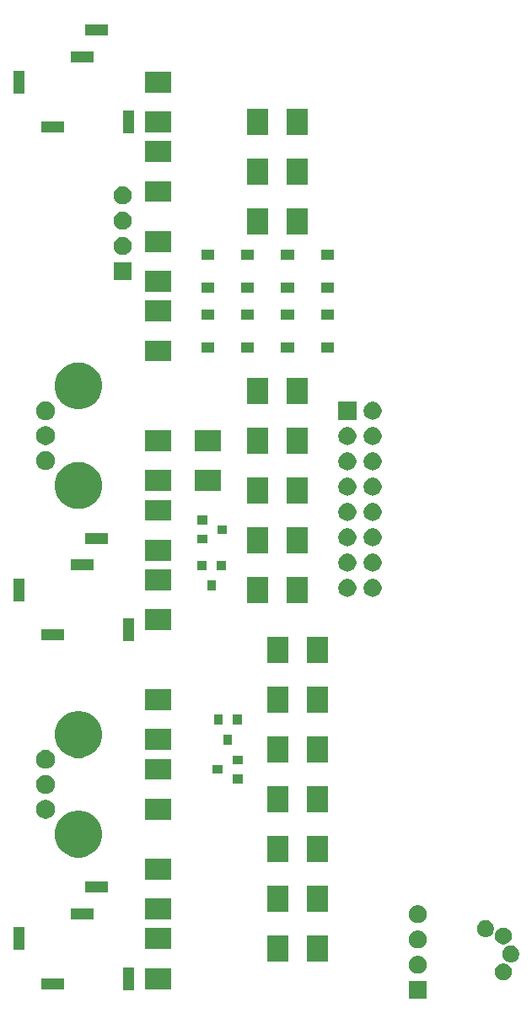
<source format=gbr>
G04 #@! TF.GenerationSoftware,KiCad,Pcbnew,(5.1.5)-3*
G04 #@! TF.CreationDate,2020-07-22T14:34:40-07:00*
G04 #@! TF.ProjectId,VCF,5643462e-6b69-4636-9164-5f7063625858,rev?*
G04 #@! TF.SameCoordinates,Original*
G04 #@! TF.FileFunction,Soldermask,Top*
G04 #@! TF.FilePolarity,Negative*
%FSLAX46Y46*%
G04 Gerber Fmt 4.6, Leading zero omitted, Abs format (unit mm)*
G04 Created by KiCad (PCBNEW (5.1.5)-3) date 2020-07-22 14:34:40*
%MOMM*%
%LPD*%
G04 APERTURE LIST*
%ADD10C,0.100000*%
G04 APERTURE END LIST*
D10*
G36*
X42981180Y-99064380D02*
G01*
X41179180Y-99064380D01*
X41179180Y-97262380D01*
X42981180Y-97262380D01*
X42981180Y-99064380D01*
G37*
G36*
X13551000Y-98151000D02*
G01*
X12449000Y-98151000D01*
X12449000Y-95849000D01*
X13551000Y-95849000D01*
X13551000Y-98151000D01*
G37*
G36*
X6551000Y-98051000D02*
G01*
X4249000Y-98051000D01*
X4249000Y-96949000D01*
X6551000Y-96949000D01*
X6551000Y-98051000D01*
G37*
G36*
X17301000Y-98051000D02*
G01*
X14699000Y-98051000D01*
X14699000Y-95949000D01*
X17301000Y-95949000D01*
X17301000Y-98051000D01*
G37*
G36*
X50837391Y-95494819D02*
G01*
X50918631Y-95510979D01*
X51071683Y-95574376D01*
X51209426Y-95666413D01*
X51326567Y-95783554D01*
X51418604Y-95921297D01*
X51482001Y-96074349D01*
X51482001Y-96074351D01*
X51506544Y-96197733D01*
X51514320Y-96236829D01*
X51514320Y-96402491D01*
X51482001Y-96564971D01*
X51418604Y-96718023D01*
X51326567Y-96855766D01*
X51209426Y-96972907D01*
X51071683Y-97064944D01*
X50918631Y-97128341D01*
X50837391Y-97144501D01*
X50756153Y-97160660D01*
X50590487Y-97160660D01*
X50509249Y-97144501D01*
X50428009Y-97128341D01*
X50274957Y-97064944D01*
X50137214Y-96972907D01*
X50020073Y-96855766D01*
X49928036Y-96718023D01*
X49864639Y-96564971D01*
X49832320Y-96402491D01*
X49832320Y-96236829D01*
X49840097Y-96197733D01*
X49864639Y-96074351D01*
X49864639Y-96074349D01*
X49928036Y-95921297D01*
X50020073Y-95783554D01*
X50137214Y-95666413D01*
X50274957Y-95574376D01*
X50428009Y-95510979D01*
X50509249Y-95494819D01*
X50590487Y-95478660D01*
X50756153Y-95478660D01*
X50837391Y-95494819D01*
G37*
G36*
X42193692Y-94727307D02*
G01*
X42342992Y-94757004D01*
X42506964Y-94824924D01*
X42654534Y-94923527D01*
X42780033Y-95049026D01*
X42878636Y-95196596D01*
X42946556Y-95360568D01*
X42981180Y-95534639D01*
X42981180Y-95712121D01*
X42946556Y-95886192D01*
X42878636Y-96050164D01*
X42780033Y-96197734D01*
X42654534Y-96323233D01*
X42506964Y-96421836D01*
X42342992Y-96489756D01*
X42193692Y-96519453D01*
X42168922Y-96524380D01*
X41991438Y-96524380D01*
X41966668Y-96519453D01*
X41817368Y-96489756D01*
X41653396Y-96421836D01*
X41505826Y-96323233D01*
X41380327Y-96197734D01*
X41281724Y-96050164D01*
X41213804Y-95886192D01*
X41179180Y-95712121D01*
X41179180Y-95534639D01*
X41213804Y-95360568D01*
X41281724Y-95196596D01*
X41380327Y-95049026D01*
X41505826Y-94923527D01*
X41653396Y-94824924D01*
X41817368Y-94757004D01*
X41966668Y-94727307D01*
X41991438Y-94722380D01*
X42168922Y-94722380D01*
X42193692Y-94727307D01*
G37*
G36*
X51581291Y-93698720D02*
G01*
X51662531Y-93714879D01*
X51815583Y-93778276D01*
X51953326Y-93870313D01*
X52070467Y-93987454D01*
X52162504Y-94125197D01*
X52225901Y-94278249D01*
X52258220Y-94440729D01*
X52258220Y-94606391D01*
X52225901Y-94768871D01*
X52162504Y-94921923D01*
X52070467Y-95059666D01*
X51953326Y-95176807D01*
X51815583Y-95268844D01*
X51662531Y-95332241D01*
X51581291Y-95348400D01*
X51500053Y-95364560D01*
X51334387Y-95364560D01*
X51253149Y-95348400D01*
X51171909Y-95332241D01*
X51018857Y-95268844D01*
X50881114Y-95176807D01*
X50763973Y-95059666D01*
X50671936Y-94921923D01*
X50608539Y-94768871D01*
X50576220Y-94606391D01*
X50576220Y-94440729D01*
X50608539Y-94278249D01*
X50671936Y-94125197D01*
X50763973Y-93987454D01*
X50881114Y-93870313D01*
X51018857Y-93778276D01*
X51171909Y-93714879D01*
X51253149Y-93698720D01*
X51334387Y-93682560D01*
X51500053Y-93682560D01*
X51581291Y-93698720D01*
G37*
G36*
X33051000Y-95301000D02*
G01*
X30949000Y-95301000D01*
X30949000Y-92699000D01*
X33051000Y-92699000D01*
X33051000Y-95301000D01*
G37*
G36*
X29051000Y-95301000D02*
G01*
X26949000Y-95301000D01*
X26949000Y-92699000D01*
X29051000Y-92699000D01*
X29051000Y-95301000D01*
G37*
G36*
X2551000Y-94151000D02*
G01*
X1449000Y-94151000D01*
X1449000Y-91849000D01*
X2551000Y-91849000D01*
X2551000Y-94151000D01*
G37*
G36*
X17301000Y-94051000D02*
G01*
X14699000Y-94051000D01*
X14699000Y-91949000D01*
X17301000Y-91949000D01*
X17301000Y-94051000D01*
G37*
G36*
X42193692Y-92187307D02*
G01*
X42342992Y-92217004D01*
X42506964Y-92284924D01*
X42654534Y-92383527D01*
X42780033Y-92509026D01*
X42878636Y-92656596D01*
X42946556Y-92820568D01*
X42981180Y-92994639D01*
X42981180Y-93172121D01*
X42946556Y-93346192D01*
X42878636Y-93510164D01*
X42780033Y-93657734D01*
X42654534Y-93783233D01*
X42506964Y-93881836D01*
X42342992Y-93949756D01*
X42193692Y-93979453D01*
X42168922Y-93984380D01*
X41991438Y-93984380D01*
X41966668Y-93979453D01*
X41817368Y-93949756D01*
X41653396Y-93881836D01*
X41505826Y-93783233D01*
X41380327Y-93657734D01*
X41281724Y-93510164D01*
X41213804Y-93346192D01*
X41179180Y-93172121D01*
X41179180Y-92994639D01*
X41213804Y-92820568D01*
X41281724Y-92656596D01*
X41380327Y-92509026D01*
X41505826Y-92383527D01*
X41653396Y-92284924D01*
X41817368Y-92217004D01*
X41966668Y-92187307D01*
X41991438Y-92182380D01*
X42168922Y-92182380D01*
X42193692Y-92187307D01*
G37*
G36*
X50827877Y-91900727D02*
G01*
X50918631Y-91918779D01*
X51071683Y-91982176D01*
X51209426Y-92074213D01*
X51326567Y-92191354D01*
X51418604Y-92329097D01*
X51482001Y-92482149D01*
X51498161Y-92563389D01*
X51512765Y-92636808D01*
X51514320Y-92644629D01*
X51514320Y-92810291D01*
X51482001Y-92972771D01*
X51418604Y-93125823D01*
X51326567Y-93263566D01*
X51209426Y-93380707D01*
X51071683Y-93472744D01*
X50918631Y-93536141D01*
X50837391Y-93552301D01*
X50756153Y-93568460D01*
X50590487Y-93568460D01*
X50509249Y-93552301D01*
X50428009Y-93536141D01*
X50274957Y-93472744D01*
X50137214Y-93380707D01*
X50020073Y-93263566D01*
X49928036Y-93125823D01*
X49864639Y-92972771D01*
X49832320Y-92810291D01*
X49832320Y-92644629D01*
X49833876Y-92636808D01*
X49848479Y-92563389D01*
X49864639Y-92482149D01*
X49928036Y-92329097D01*
X50020073Y-92191354D01*
X50137214Y-92074213D01*
X50274957Y-91982176D01*
X50428009Y-91918779D01*
X50518763Y-91900727D01*
X50590487Y-91886460D01*
X50756153Y-91886460D01*
X50827877Y-91900727D01*
G37*
G36*
X49041291Y-91158719D02*
G01*
X49122531Y-91174879D01*
X49275583Y-91238276D01*
X49413326Y-91330313D01*
X49530467Y-91447454D01*
X49622504Y-91585197D01*
X49685901Y-91738249D01*
X49685901Y-91738251D01*
X49718220Y-91900727D01*
X49718220Y-92066393D01*
X49716664Y-92074213D01*
X49685901Y-92228871D01*
X49622504Y-92381923D01*
X49530467Y-92519666D01*
X49413326Y-92636807D01*
X49275583Y-92728844D01*
X49122531Y-92792241D01*
X49041291Y-92808401D01*
X48960053Y-92824560D01*
X48794387Y-92824560D01*
X48713149Y-92808401D01*
X48631909Y-92792241D01*
X48478857Y-92728844D01*
X48341114Y-92636807D01*
X48223973Y-92519666D01*
X48131936Y-92381923D01*
X48068539Y-92228871D01*
X48037776Y-92074213D01*
X48036220Y-92066393D01*
X48036220Y-91900727D01*
X48068539Y-91738251D01*
X48068539Y-91738249D01*
X48131936Y-91585197D01*
X48223973Y-91447454D01*
X48341114Y-91330313D01*
X48478857Y-91238276D01*
X48631909Y-91174879D01*
X48713149Y-91158719D01*
X48794387Y-91142560D01*
X48960053Y-91142560D01*
X49041291Y-91158719D01*
G37*
G36*
X42193692Y-89647307D02*
G01*
X42342992Y-89677004D01*
X42506964Y-89744924D01*
X42654534Y-89843527D01*
X42780033Y-89969026D01*
X42878636Y-90116596D01*
X42946556Y-90280568D01*
X42981180Y-90454639D01*
X42981180Y-90632121D01*
X42946556Y-90806192D01*
X42878636Y-90970164D01*
X42780033Y-91117734D01*
X42654534Y-91243233D01*
X42506964Y-91341836D01*
X42342992Y-91409756D01*
X42193692Y-91439453D01*
X42168922Y-91444380D01*
X41991438Y-91444380D01*
X41966668Y-91439453D01*
X41817368Y-91409756D01*
X41653396Y-91341836D01*
X41505826Y-91243233D01*
X41380327Y-91117734D01*
X41281724Y-90970164D01*
X41213804Y-90806192D01*
X41179180Y-90632121D01*
X41179180Y-90454639D01*
X41213804Y-90280568D01*
X41281724Y-90116596D01*
X41380327Y-89969026D01*
X41505826Y-89843527D01*
X41653396Y-89744924D01*
X41817368Y-89677004D01*
X41966668Y-89647307D01*
X41991438Y-89642380D01*
X42168922Y-89642380D01*
X42193692Y-89647307D01*
G37*
G36*
X17301000Y-91051000D02*
G01*
X14699000Y-91051000D01*
X14699000Y-88949000D01*
X17301000Y-88949000D01*
X17301000Y-91051000D01*
G37*
G36*
X9551000Y-91051000D02*
G01*
X7249000Y-91051000D01*
X7249000Y-89949000D01*
X9551000Y-89949000D01*
X9551000Y-91051000D01*
G37*
G36*
X33051000Y-90301000D02*
G01*
X30949000Y-90301000D01*
X30949000Y-87699000D01*
X33051000Y-87699000D01*
X33051000Y-90301000D01*
G37*
G36*
X29051000Y-90301000D02*
G01*
X26949000Y-90301000D01*
X26949000Y-87699000D01*
X29051000Y-87699000D01*
X29051000Y-90301000D01*
G37*
G36*
X10951000Y-88351000D02*
G01*
X8649000Y-88351000D01*
X8649000Y-87249000D01*
X10951000Y-87249000D01*
X10951000Y-88351000D01*
G37*
G36*
X17301000Y-87051000D02*
G01*
X14699000Y-87051000D01*
X14699000Y-84949000D01*
X17301000Y-84949000D01*
X17301000Y-87051000D01*
G37*
G36*
X33051000Y-85301000D02*
G01*
X30949000Y-85301000D01*
X30949000Y-82699000D01*
X33051000Y-82699000D01*
X33051000Y-85301000D01*
G37*
G36*
X29051000Y-85301000D02*
G01*
X26949000Y-85301000D01*
X26949000Y-82699000D01*
X29051000Y-82699000D01*
X29051000Y-85301000D01*
G37*
G36*
X8534358Y-80209232D02*
G01*
X8685761Y-80239348D01*
X9113616Y-80416571D01*
X9498675Y-80673859D01*
X9826141Y-81001325D01*
X10083429Y-81386384D01*
X10260652Y-81814239D01*
X10351000Y-82268447D01*
X10351000Y-82731553D01*
X10260652Y-83185761D01*
X10083429Y-83613616D01*
X9826141Y-83998675D01*
X9498675Y-84326141D01*
X9113616Y-84583429D01*
X8685761Y-84760652D01*
X8534358Y-84790768D01*
X8231555Y-84851000D01*
X7768445Y-84851000D01*
X7465642Y-84790768D01*
X7314239Y-84760652D01*
X6886384Y-84583429D01*
X6501325Y-84326141D01*
X6173859Y-83998675D01*
X5916571Y-83613616D01*
X5739348Y-83185761D01*
X5649000Y-82731553D01*
X5649000Y-82268447D01*
X5739348Y-81814239D01*
X5916571Y-81386384D01*
X6173859Y-81001325D01*
X6501325Y-80673859D01*
X6886384Y-80416571D01*
X7314239Y-80239348D01*
X7465642Y-80209232D01*
X7768445Y-80149000D01*
X8231555Y-80149000D01*
X8534358Y-80209232D01*
G37*
G36*
X17301000Y-81051000D02*
G01*
X14699000Y-81051000D01*
X14699000Y-78949000D01*
X17301000Y-78949000D01*
X17301000Y-81051000D01*
G37*
G36*
X4977395Y-79085546D02*
G01*
X5150466Y-79157234D01*
X5150467Y-79157235D01*
X5306227Y-79261310D01*
X5438690Y-79393773D01*
X5438691Y-79393775D01*
X5542766Y-79549534D01*
X5614454Y-79722605D01*
X5651000Y-79906333D01*
X5651000Y-80093667D01*
X5614454Y-80277395D01*
X5542766Y-80450466D01*
X5542765Y-80450467D01*
X5438690Y-80606227D01*
X5306227Y-80738690D01*
X5227818Y-80791081D01*
X5150466Y-80842766D01*
X4977395Y-80914454D01*
X4793667Y-80951000D01*
X4606333Y-80951000D01*
X4422605Y-80914454D01*
X4249534Y-80842766D01*
X4172182Y-80791081D01*
X4093773Y-80738690D01*
X3961310Y-80606227D01*
X3857235Y-80450467D01*
X3857234Y-80450466D01*
X3785546Y-80277395D01*
X3749000Y-80093667D01*
X3749000Y-79906333D01*
X3785546Y-79722605D01*
X3857234Y-79549534D01*
X3961309Y-79393775D01*
X3961310Y-79393773D01*
X4093773Y-79261310D01*
X4249533Y-79157235D01*
X4249534Y-79157234D01*
X4422605Y-79085546D01*
X4606333Y-79049000D01*
X4793667Y-79049000D01*
X4977395Y-79085546D01*
G37*
G36*
X33051000Y-80301000D02*
G01*
X30949000Y-80301000D01*
X30949000Y-77699000D01*
X33051000Y-77699000D01*
X33051000Y-80301000D01*
G37*
G36*
X29051000Y-80301000D02*
G01*
X26949000Y-80301000D01*
X26949000Y-77699000D01*
X29051000Y-77699000D01*
X29051000Y-80301000D01*
G37*
G36*
X4977395Y-76585546D02*
G01*
X5150466Y-76657234D01*
X5150467Y-76657235D01*
X5306227Y-76761310D01*
X5438690Y-76893773D01*
X5438691Y-76893775D01*
X5542766Y-77049534D01*
X5614454Y-77222605D01*
X5651000Y-77406333D01*
X5651000Y-77593667D01*
X5614454Y-77777395D01*
X5542766Y-77950466D01*
X5542765Y-77950467D01*
X5438690Y-78106227D01*
X5306227Y-78238690D01*
X5227818Y-78291081D01*
X5150466Y-78342766D01*
X4977395Y-78414454D01*
X4793667Y-78451000D01*
X4606333Y-78451000D01*
X4422605Y-78414454D01*
X4249534Y-78342766D01*
X4172182Y-78291081D01*
X4093773Y-78238690D01*
X3961310Y-78106227D01*
X3857235Y-77950467D01*
X3857234Y-77950466D01*
X3785546Y-77777395D01*
X3749000Y-77593667D01*
X3749000Y-77406333D01*
X3785546Y-77222605D01*
X3857234Y-77049534D01*
X3961309Y-76893775D01*
X3961310Y-76893773D01*
X4093773Y-76761310D01*
X4249533Y-76657235D01*
X4249534Y-76657234D01*
X4422605Y-76585546D01*
X4606333Y-76549000D01*
X4793667Y-76549000D01*
X4977395Y-76585546D01*
G37*
G36*
X24501000Y-77401000D02*
G01*
X23499000Y-77401000D01*
X23499000Y-76499000D01*
X24501000Y-76499000D01*
X24501000Y-77401000D01*
G37*
G36*
X17301000Y-77051000D02*
G01*
X14699000Y-77051000D01*
X14699000Y-74949000D01*
X17301000Y-74949000D01*
X17301000Y-77051000D01*
G37*
G36*
X22501000Y-76451000D02*
G01*
X21499000Y-76451000D01*
X21499000Y-75549000D01*
X22501000Y-75549000D01*
X22501000Y-76451000D01*
G37*
G36*
X4977395Y-74085546D02*
G01*
X5150466Y-74157234D01*
X5150467Y-74157235D01*
X5306227Y-74261310D01*
X5438690Y-74393773D01*
X5438691Y-74393775D01*
X5542766Y-74549534D01*
X5614454Y-74722605D01*
X5651000Y-74906333D01*
X5651000Y-75093667D01*
X5614454Y-75277395D01*
X5542766Y-75450466D01*
X5542765Y-75450467D01*
X5438690Y-75606227D01*
X5306227Y-75738690D01*
X5227818Y-75791081D01*
X5150466Y-75842766D01*
X4977395Y-75914454D01*
X4793667Y-75951000D01*
X4606333Y-75951000D01*
X4422605Y-75914454D01*
X4249534Y-75842766D01*
X4172182Y-75791081D01*
X4093773Y-75738690D01*
X3961310Y-75606227D01*
X3857235Y-75450467D01*
X3857234Y-75450466D01*
X3785546Y-75277395D01*
X3749000Y-75093667D01*
X3749000Y-74906333D01*
X3785546Y-74722605D01*
X3857234Y-74549534D01*
X3961309Y-74393775D01*
X3961310Y-74393773D01*
X4093773Y-74261310D01*
X4249533Y-74157235D01*
X4249534Y-74157234D01*
X4422605Y-74085546D01*
X4606333Y-74049000D01*
X4793667Y-74049000D01*
X4977395Y-74085546D01*
G37*
G36*
X24501000Y-75501000D02*
G01*
X23499000Y-75501000D01*
X23499000Y-74599000D01*
X24501000Y-74599000D01*
X24501000Y-75501000D01*
G37*
G36*
X29051000Y-75301000D02*
G01*
X26949000Y-75301000D01*
X26949000Y-72699000D01*
X29051000Y-72699000D01*
X29051000Y-75301000D01*
G37*
G36*
X33051000Y-75301000D02*
G01*
X30949000Y-75301000D01*
X30949000Y-72699000D01*
X33051000Y-72699000D01*
X33051000Y-75301000D01*
G37*
G36*
X8534358Y-70209232D02*
G01*
X8685761Y-70239348D01*
X9113616Y-70416571D01*
X9498675Y-70673859D01*
X9826141Y-71001325D01*
X10083429Y-71386384D01*
X10260652Y-71814239D01*
X10351000Y-72268447D01*
X10351000Y-72731553D01*
X10260652Y-73185761D01*
X10083429Y-73613616D01*
X9826141Y-73998675D01*
X9498675Y-74326141D01*
X9113616Y-74583429D01*
X8685761Y-74760652D01*
X8534358Y-74790768D01*
X8231555Y-74851000D01*
X7768445Y-74851000D01*
X7465642Y-74790768D01*
X7314239Y-74760652D01*
X6886384Y-74583429D01*
X6501325Y-74326141D01*
X6173859Y-73998675D01*
X5916571Y-73613616D01*
X5739348Y-73185761D01*
X5649000Y-72731553D01*
X5649000Y-72268447D01*
X5739348Y-71814239D01*
X5916571Y-71386384D01*
X6173859Y-71001325D01*
X6501325Y-70673859D01*
X6886384Y-70416571D01*
X7314239Y-70239348D01*
X7465642Y-70209232D01*
X7768445Y-70149000D01*
X8231555Y-70149000D01*
X8534358Y-70209232D01*
G37*
G36*
X17301000Y-74051000D02*
G01*
X14699000Y-74051000D01*
X14699000Y-71949000D01*
X17301000Y-71949000D01*
X17301000Y-74051000D01*
G37*
G36*
X23451000Y-73501000D02*
G01*
X22549000Y-73501000D01*
X22549000Y-72499000D01*
X23451000Y-72499000D01*
X23451000Y-73501000D01*
G37*
G36*
X22501000Y-71501000D02*
G01*
X21599000Y-71501000D01*
X21599000Y-70499000D01*
X22501000Y-70499000D01*
X22501000Y-71501000D01*
G37*
G36*
X24401000Y-71501000D02*
G01*
X23499000Y-71501000D01*
X23499000Y-70499000D01*
X24401000Y-70499000D01*
X24401000Y-71501000D01*
G37*
G36*
X33051000Y-70301000D02*
G01*
X30949000Y-70301000D01*
X30949000Y-67699000D01*
X33051000Y-67699000D01*
X33051000Y-70301000D01*
G37*
G36*
X29051000Y-70301000D02*
G01*
X26949000Y-70301000D01*
X26949000Y-67699000D01*
X29051000Y-67699000D01*
X29051000Y-70301000D01*
G37*
G36*
X17301000Y-70051000D02*
G01*
X14699000Y-70051000D01*
X14699000Y-67949000D01*
X17301000Y-67949000D01*
X17301000Y-70051000D01*
G37*
G36*
X33051000Y-65301000D02*
G01*
X30949000Y-65301000D01*
X30949000Y-62699000D01*
X33051000Y-62699000D01*
X33051000Y-65301000D01*
G37*
G36*
X29051000Y-65301000D02*
G01*
X26949000Y-65301000D01*
X26949000Y-62699000D01*
X29051000Y-62699000D01*
X29051000Y-65301000D01*
G37*
G36*
X13551000Y-63151000D02*
G01*
X12449000Y-63151000D01*
X12449000Y-60849000D01*
X13551000Y-60849000D01*
X13551000Y-63151000D01*
G37*
G36*
X6551000Y-63051000D02*
G01*
X4249000Y-63051000D01*
X4249000Y-61949000D01*
X6551000Y-61949000D01*
X6551000Y-63051000D01*
G37*
G36*
X17301000Y-62051000D02*
G01*
X14699000Y-62051000D01*
X14699000Y-59949000D01*
X17301000Y-59949000D01*
X17301000Y-62051000D01*
G37*
G36*
X31051000Y-59301000D02*
G01*
X28949000Y-59301000D01*
X28949000Y-56699000D01*
X31051000Y-56699000D01*
X31051000Y-59301000D01*
G37*
G36*
X27051000Y-59301000D02*
G01*
X24949000Y-59301000D01*
X24949000Y-56699000D01*
X27051000Y-56699000D01*
X27051000Y-59301000D01*
G37*
G36*
X2551000Y-59151000D02*
G01*
X1449000Y-59151000D01*
X1449000Y-56849000D01*
X2551000Y-56849000D01*
X2551000Y-59151000D01*
G37*
G36*
X37653512Y-56883927D02*
G01*
X37802812Y-56913624D01*
X37966784Y-56981544D01*
X38114354Y-57080147D01*
X38239853Y-57205646D01*
X38338456Y-57353216D01*
X38406376Y-57517188D01*
X38441000Y-57691259D01*
X38441000Y-57868741D01*
X38406376Y-58042812D01*
X38338456Y-58206784D01*
X38239853Y-58354354D01*
X38114354Y-58479853D01*
X37966784Y-58578456D01*
X37802812Y-58646376D01*
X37653512Y-58676073D01*
X37628742Y-58681000D01*
X37451258Y-58681000D01*
X37426488Y-58676073D01*
X37277188Y-58646376D01*
X37113216Y-58578456D01*
X36965646Y-58479853D01*
X36840147Y-58354354D01*
X36741544Y-58206784D01*
X36673624Y-58042812D01*
X36639000Y-57868741D01*
X36639000Y-57691259D01*
X36673624Y-57517188D01*
X36741544Y-57353216D01*
X36840147Y-57205646D01*
X36965646Y-57080147D01*
X37113216Y-56981544D01*
X37277188Y-56913624D01*
X37426488Y-56883927D01*
X37451258Y-56879000D01*
X37628742Y-56879000D01*
X37653512Y-56883927D01*
G37*
G36*
X35113512Y-56883927D02*
G01*
X35262812Y-56913624D01*
X35426784Y-56981544D01*
X35574354Y-57080147D01*
X35699853Y-57205646D01*
X35798456Y-57353216D01*
X35866376Y-57517188D01*
X35901000Y-57691259D01*
X35901000Y-57868741D01*
X35866376Y-58042812D01*
X35798456Y-58206784D01*
X35699853Y-58354354D01*
X35574354Y-58479853D01*
X35426784Y-58578456D01*
X35262812Y-58646376D01*
X35113512Y-58676073D01*
X35088742Y-58681000D01*
X34911258Y-58681000D01*
X34886488Y-58676073D01*
X34737188Y-58646376D01*
X34573216Y-58578456D01*
X34425646Y-58479853D01*
X34300147Y-58354354D01*
X34201544Y-58206784D01*
X34133624Y-58042812D01*
X34099000Y-57868741D01*
X34099000Y-57691259D01*
X34133624Y-57517188D01*
X34201544Y-57353216D01*
X34300147Y-57205646D01*
X34425646Y-57080147D01*
X34573216Y-56981544D01*
X34737188Y-56913624D01*
X34886488Y-56883927D01*
X34911258Y-56879000D01*
X35088742Y-56879000D01*
X35113512Y-56883927D01*
G37*
G36*
X21827640Y-58054100D02*
G01*
X20925640Y-58054100D01*
X20925640Y-57052100D01*
X21827640Y-57052100D01*
X21827640Y-58054100D01*
G37*
G36*
X17301000Y-58051000D02*
G01*
X14699000Y-58051000D01*
X14699000Y-55949000D01*
X17301000Y-55949000D01*
X17301000Y-58051000D01*
G37*
G36*
X37653512Y-54343927D02*
G01*
X37802812Y-54373624D01*
X37966784Y-54441544D01*
X38114354Y-54540147D01*
X38239853Y-54665646D01*
X38338456Y-54813216D01*
X38406376Y-54977188D01*
X38441000Y-55151259D01*
X38441000Y-55328741D01*
X38406376Y-55502812D01*
X38338456Y-55666784D01*
X38239853Y-55814354D01*
X38114354Y-55939853D01*
X37966784Y-56038456D01*
X37802812Y-56106376D01*
X37653512Y-56136073D01*
X37628742Y-56141000D01*
X37451258Y-56141000D01*
X37426488Y-56136073D01*
X37277188Y-56106376D01*
X37113216Y-56038456D01*
X36965646Y-55939853D01*
X36840147Y-55814354D01*
X36741544Y-55666784D01*
X36673624Y-55502812D01*
X36639000Y-55328741D01*
X36639000Y-55151259D01*
X36673624Y-54977188D01*
X36741544Y-54813216D01*
X36840147Y-54665646D01*
X36965646Y-54540147D01*
X37113216Y-54441544D01*
X37277188Y-54373624D01*
X37426488Y-54343927D01*
X37451258Y-54339000D01*
X37628742Y-54339000D01*
X37653512Y-54343927D01*
G37*
G36*
X35113512Y-54343927D02*
G01*
X35262812Y-54373624D01*
X35426784Y-54441544D01*
X35574354Y-54540147D01*
X35699853Y-54665646D01*
X35798456Y-54813216D01*
X35866376Y-54977188D01*
X35901000Y-55151259D01*
X35901000Y-55328741D01*
X35866376Y-55502812D01*
X35798456Y-55666784D01*
X35699853Y-55814354D01*
X35574354Y-55939853D01*
X35426784Y-56038456D01*
X35262812Y-56106376D01*
X35113512Y-56136073D01*
X35088742Y-56141000D01*
X34911258Y-56141000D01*
X34886488Y-56136073D01*
X34737188Y-56106376D01*
X34573216Y-56038456D01*
X34425646Y-55939853D01*
X34300147Y-55814354D01*
X34201544Y-55666784D01*
X34133624Y-55502812D01*
X34099000Y-55328741D01*
X34099000Y-55151259D01*
X34133624Y-54977188D01*
X34201544Y-54813216D01*
X34300147Y-54665646D01*
X34425646Y-54540147D01*
X34573216Y-54441544D01*
X34737188Y-54373624D01*
X34886488Y-54343927D01*
X34911258Y-54339000D01*
X35088742Y-54339000D01*
X35113512Y-54343927D01*
G37*
G36*
X20877640Y-56054100D02*
G01*
X19975640Y-56054100D01*
X19975640Y-55052100D01*
X20877640Y-55052100D01*
X20877640Y-56054100D01*
G37*
G36*
X22777640Y-56054100D02*
G01*
X21875640Y-56054100D01*
X21875640Y-55052100D01*
X22777640Y-55052100D01*
X22777640Y-56054100D01*
G37*
G36*
X9551000Y-56051000D02*
G01*
X7249000Y-56051000D01*
X7249000Y-54949000D01*
X9551000Y-54949000D01*
X9551000Y-56051000D01*
G37*
G36*
X17301000Y-55051000D02*
G01*
X14699000Y-55051000D01*
X14699000Y-52949000D01*
X17301000Y-52949000D01*
X17301000Y-55051000D01*
G37*
G36*
X27051000Y-54301000D02*
G01*
X24949000Y-54301000D01*
X24949000Y-51699000D01*
X27051000Y-51699000D01*
X27051000Y-54301000D01*
G37*
G36*
X31051000Y-54301000D02*
G01*
X28949000Y-54301000D01*
X28949000Y-51699000D01*
X31051000Y-51699000D01*
X31051000Y-54301000D01*
G37*
G36*
X35113512Y-51803927D02*
G01*
X35262812Y-51833624D01*
X35426784Y-51901544D01*
X35574354Y-52000147D01*
X35699853Y-52125646D01*
X35798456Y-52273216D01*
X35866376Y-52437188D01*
X35901000Y-52611259D01*
X35901000Y-52788741D01*
X35866376Y-52962812D01*
X35798456Y-53126784D01*
X35699853Y-53274354D01*
X35574354Y-53399853D01*
X35426784Y-53498456D01*
X35262812Y-53566376D01*
X35113512Y-53596073D01*
X35088742Y-53601000D01*
X34911258Y-53601000D01*
X34886488Y-53596073D01*
X34737188Y-53566376D01*
X34573216Y-53498456D01*
X34425646Y-53399853D01*
X34300147Y-53274354D01*
X34201544Y-53126784D01*
X34133624Y-52962812D01*
X34099000Y-52788741D01*
X34099000Y-52611259D01*
X34133624Y-52437188D01*
X34201544Y-52273216D01*
X34300147Y-52125646D01*
X34425646Y-52000147D01*
X34573216Y-51901544D01*
X34737188Y-51833624D01*
X34886488Y-51803927D01*
X34911258Y-51799000D01*
X35088742Y-51799000D01*
X35113512Y-51803927D01*
G37*
G36*
X37653512Y-51803927D02*
G01*
X37802812Y-51833624D01*
X37966784Y-51901544D01*
X38114354Y-52000147D01*
X38239853Y-52125646D01*
X38338456Y-52273216D01*
X38406376Y-52437188D01*
X38441000Y-52611259D01*
X38441000Y-52788741D01*
X38406376Y-52962812D01*
X38338456Y-53126784D01*
X38239853Y-53274354D01*
X38114354Y-53399853D01*
X37966784Y-53498456D01*
X37802812Y-53566376D01*
X37653512Y-53596073D01*
X37628742Y-53601000D01*
X37451258Y-53601000D01*
X37426488Y-53596073D01*
X37277188Y-53566376D01*
X37113216Y-53498456D01*
X36965646Y-53399853D01*
X36840147Y-53274354D01*
X36741544Y-53126784D01*
X36673624Y-52962812D01*
X36639000Y-52788741D01*
X36639000Y-52611259D01*
X36673624Y-52437188D01*
X36741544Y-52273216D01*
X36840147Y-52125646D01*
X36965646Y-52000147D01*
X37113216Y-51901544D01*
X37277188Y-51833624D01*
X37426488Y-51803927D01*
X37451258Y-51799000D01*
X37628742Y-51799000D01*
X37653512Y-51803927D01*
G37*
G36*
X10951000Y-53351000D02*
G01*
X8649000Y-53351000D01*
X8649000Y-52249000D01*
X10951000Y-52249000D01*
X10951000Y-53351000D01*
G37*
G36*
X20941140Y-53336380D02*
G01*
X19939140Y-53336380D01*
X19939140Y-52434380D01*
X20941140Y-52434380D01*
X20941140Y-53336380D01*
G37*
G36*
X22941140Y-52386380D02*
G01*
X21939140Y-52386380D01*
X21939140Y-51484380D01*
X22941140Y-51484380D01*
X22941140Y-52386380D01*
G37*
G36*
X20941140Y-51436380D02*
G01*
X19939140Y-51436380D01*
X19939140Y-50534380D01*
X20941140Y-50534380D01*
X20941140Y-51436380D01*
G37*
G36*
X35113512Y-49263927D02*
G01*
X35262812Y-49293624D01*
X35426784Y-49361544D01*
X35574354Y-49460147D01*
X35699853Y-49585646D01*
X35798456Y-49733216D01*
X35866376Y-49897188D01*
X35901000Y-50071259D01*
X35901000Y-50248741D01*
X35866376Y-50422812D01*
X35798456Y-50586784D01*
X35699853Y-50734354D01*
X35574354Y-50859853D01*
X35426784Y-50958456D01*
X35262812Y-51026376D01*
X35113512Y-51056073D01*
X35088742Y-51061000D01*
X34911258Y-51061000D01*
X34886488Y-51056073D01*
X34737188Y-51026376D01*
X34573216Y-50958456D01*
X34425646Y-50859853D01*
X34300147Y-50734354D01*
X34201544Y-50586784D01*
X34133624Y-50422812D01*
X34099000Y-50248741D01*
X34099000Y-50071259D01*
X34133624Y-49897188D01*
X34201544Y-49733216D01*
X34300147Y-49585646D01*
X34425646Y-49460147D01*
X34573216Y-49361544D01*
X34737188Y-49293624D01*
X34886488Y-49263927D01*
X34911258Y-49259000D01*
X35088742Y-49259000D01*
X35113512Y-49263927D01*
G37*
G36*
X37653512Y-49263927D02*
G01*
X37802812Y-49293624D01*
X37966784Y-49361544D01*
X38114354Y-49460147D01*
X38239853Y-49585646D01*
X38338456Y-49733216D01*
X38406376Y-49897188D01*
X38441000Y-50071259D01*
X38441000Y-50248741D01*
X38406376Y-50422812D01*
X38338456Y-50586784D01*
X38239853Y-50734354D01*
X38114354Y-50859853D01*
X37966784Y-50958456D01*
X37802812Y-51026376D01*
X37653512Y-51056073D01*
X37628742Y-51061000D01*
X37451258Y-51061000D01*
X37426488Y-51056073D01*
X37277188Y-51026376D01*
X37113216Y-50958456D01*
X36965646Y-50859853D01*
X36840147Y-50734354D01*
X36741544Y-50586784D01*
X36673624Y-50422812D01*
X36639000Y-50248741D01*
X36639000Y-50071259D01*
X36673624Y-49897188D01*
X36741544Y-49733216D01*
X36840147Y-49585646D01*
X36965646Y-49460147D01*
X37113216Y-49361544D01*
X37277188Y-49293624D01*
X37426488Y-49263927D01*
X37451258Y-49259000D01*
X37628742Y-49259000D01*
X37653512Y-49263927D01*
G37*
G36*
X17301000Y-51051000D02*
G01*
X14699000Y-51051000D01*
X14699000Y-48949000D01*
X17301000Y-48949000D01*
X17301000Y-51051000D01*
G37*
G36*
X8534358Y-45209232D02*
G01*
X8685761Y-45239348D01*
X9113616Y-45416571D01*
X9498675Y-45673859D01*
X9826141Y-46001325D01*
X10083429Y-46386384D01*
X10260652Y-46814239D01*
X10351000Y-47268447D01*
X10351000Y-47731553D01*
X10260652Y-48185761D01*
X10083429Y-48613616D01*
X9826141Y-48998675D01*
X9498675Y-49326141D01*
X9113616Y-49583429D01*
X9113615Y-49583430D01*
X9113614Y-49583430D01*
X8988297Y-49635338D01*
X8685761Y-49760652D01*
X8534358Y-49790768D01*
X8231555Y-49851000D01*
X7768445Y-49851000D01*
X7465642Y-49790768D01*
X7314239Y-49760652D01*
X7011703Y-49635338D01*
X6886386Y-49583430D01*
X6886385Y-49583430D01*
X6886384Y-49583429D01*
X6501325Y-49326141D01*
X6173859Y-48998675D01*
X5916571Y-48613616D01*
X5739348Y-48185761D01*
X5649000Y-47731553D01*
X5649000Y-47268447D01*
X5739348Y-46814239D01*
X5916571Y-46386384D01*
X6173859Y-46001325D01*
X6501325Y-45673859D01*
X6886384Y-45416571D01*
X7314239Y-45239348D01*
X7465642Y-45209232D01*
X7768445Y-45149000D01*
X8231555Y-45149000D01*
X8534358Y-45209232D01*
G37*
G36*
X31051000Y-49301000D02*
G01*
X28949000Y-49301000D01*
X28949000Y-46699000D01*
X31051000Y-46699000D01*
X31051000Y-49301000D01*
G37*
G36*
X27051000Y-49301000D02*
G01*
X24949000Y-49301000D01*
X24949000Y-46699000D01*
X27051000Y-46699000D01*
X27051000Y-49301000D01*
G37*
G36*
X37653512Y-46723927D02*
G01*
X37802812Y-46753624D01*
X37966784Y-46821544D01*
X38114354Y-46920147D01*
X38239853Y-47045646D01*
X38338456Y-47193216D01*
X38406376Y-47357188D01*
X38441000Y-47531259D01*
X38441000Y-47708741D01*
X38406376Y-47882812D01*
X38338456Y-48046784D01*
X38239853Y-48194354D01*
X38114354Y-48319853D01*
X37966784Y-48418456D01*
X37802812Y-48486376D01*
X37653512Y-48516073D01*
X37628742Y-48521000D01*
X37451258Y-48521000D01*
X37426488Y-48516073D01*
X37277188Y-48486376D01*
X37113216Y-48418456D01*
X36965646Y-48319853D01*
X36840147Y-48194354D01*
X36741544Y-48046784D01*
X36673624Y-47882812D01*
X36639000Y-47708741D01*
X36639000Y-47531259D01*
X36673624Y-47357188D01*
X36741544Y-47193216D01*
X36840147Y-47045646D01*
X36965646Y-46920147D01*
X37113216Y-46821544D01*
X37277188Y-46753624D01*
X37426488Y-46723927D01*
X37451258Y-46719000D01*
X37628742Y-46719000D01*
X37653512Y-46723927D01*
G37*
G36*
X35113512Y-46723927D02*
G01*
X35262812Y-46753624D01*
X35426784Y-46821544D01*
X35574354Y-46920147D01*
X35699853Y-47045646D01*
X35798456Y-47193216D01*
X35866376Y-47357188D01*
X35901000Y-47531259D01*
X35901000Y-47708741D01*
X35866376Y-47882812D01*
X35798456Y-48046784D01*
X35699853Y-48194354D01*
X35574354Y-48319853D01*
X35426784Y-48418456D01*
X35262812Y-48486376D01*
X35113512Y-48516073D01*
X35088742Y-48521000D01*
X34911258Y-48521000D01*
X34886488Y-48516073D01*
X34737188Y-48486376D01*
X34573216Y-48418456D01*
X34425646Y-48319853D01*
X34300147Y-48194354D01*
X34201544Y-48046784D01*
X34133624Y-47882812D01*
X34099000Y-47708741D01*
X34099000Y-47531259D01*
X34133624Y-47357188D01*
X34201544Y-47193216D01*
X34300147Y-47045646D01*
X34425646Y-46920147D01*
X34573216Y-46821544D01*
X34737188Y-46753624D01*
X34886488Y-46723927D01*
X34911258Y-46719000D01*
X35088742Y-46719000D01*
X35113512Y-46723927D01*
G37*
G36*
X17301000Y-48051000D02*
G01*
X14699000Y-48051000D01*
X14699000Y-45949000D01*
X17301000Y-45949000D01*
X17301000Y-48051000D01*
G37*
G36*
X22301000Y-48051000D02*
G01*
X19699000Y-48051000D01*
X19699000Y-45949000D01*
X22301000Y-45949000D01*
X22301000Y-48051000D01*
G37*
G36*
X35113512Y-44183927D02*
G01*
X35262812Y-44213624D01*
X35426784Y-44281544D01*
X35574354Y-44380147D01*
X35699853Y-44505646D01*
X35798456Y-44653216D01*
X35866376Y-44817188D01*
X35901000Y-44991259D01*
X35901000Y-45168741D01*
X35866376Y-45342812D01*
X35798456Y-45506784D01*
X35699853Y-45654354D01*
X35574354Y-45779853D01*
X35426784Y-45878456D01*
X35262812Y-45946376D01*
X35113512Y-45976073D01*
X35088742Y-45981000D01*
X34911258Y-45981000D01*
X34886488Y-45976073D01*
X34737188Y-45946376D01*
X34573216Y-45878456D01*
X34425646Y-45779853D01*
X34300147Y-45654354D01*
X34201544Y-45506784D01*
X34133624Y-45342812D01*
X34099000Y-45168741D01*
X34099000Y-44991259D01*
X34133624Y-44817188D01*
X34201544Y-44653216D01*
X34300147Y-44505646D01*
X34425646Y-44380147D01*
X34573216Y-44281544D01*
X34737188Y-44213624D01*
X34886488Y-44183927D01*
X34911258Y-44179000D01*
X35088742Y-44179000D01*
X35113512Y-44183927D01*
G37*
G36*
X37653512Y-44183927D02*
G01*
X37802812Y-44213624D01*
X37966784Y-44281544D01*
X38114354Y-44380147D01*
X38239853Y-44505646D01*
X38338456Y-44653216D01*
X38406376Y-44817188D01*
X38441000Y-44991259D01*
X38441000Y-45168741D01*
X38406376Y-45342812D01*
X38338456Y-45506784D01*
X38239853Y-45654354D01*
X38114354Y-45779853D01*
X37966784Y-45878456D01*
X37802812Y-45946376D01*
X37653512Y-45976073D01*
X37628742Y-45981000D01*
X37451258Y-45981000D01*
X37426488Y-45976073D01*
X37277188Y-45946376D01*
X37113216Y-45878456D01*
X36965646Y-45779853D01*
X36840147Y-45654354D01*
X36741544Y-45506784D01*
X36673624Y-45342812D01*
X36639000Y-45168741D01*
X36639000Y-44991259D01*
X36673624Y-44817188D01*
X36741544Y-44653216D01*
X36840147Y-44505646D01*
X36965646Y-44380147D01*
X37113216Y-44281544D01*
X37277188Y-44213624D01*
X37426488Y-44183927D01*
X37451258Y-44179000D01*
X37628742Y-44179000D01*
X37653512Y-44183927D01*
G37*
G36*
X4977395Y-44085546D02*
G01*
X5150466Y-44157234D01*
X5150467Y-44157235D01*
X5306227Y-44261310D01*
X5438690Y-44393773D01*
X5438691Y-44393775D01*
X5542766Y-44549534D01*
X5614454Y-44722605D01*
X5651000Y-44906333D01*
X5651000Y-45093667D01*
X5614454Y-45277395D01*
X5542766Y-45450466D01*
X5542765Y-45450467D01*
X5438690Y-45606227D01*
X5306227Y-45738690D01*
X5244623Y-45779852D01*
X5150466Y-45842766D01*
X4977395Y-45914454D01*
X4793667Y-45951000D01*
X4606333Y-45951000D01*
X4422605Y-45914454D01*
X4249534Y-45842766D01*
X4155377Y-45779852D01*
X4093773Y-45738690D01*
X3961310Y-45606227D01*
X3857235Y-45450467D01*
X3857234Y-45450466D01*
X3785546Y-45277395D01*
X3749000Y-45093667D01*
X3749000Y-44906333D01*
X3785546Y-44722605D01*
X3857234Y-44549534D01*
X3961309Y-44393775D01*
X3961310Y-44393773D01*
X4093773Y-44261310D01*
X4249533Y-44157235D01*
X4249534Y-44157234D01*
X4422605Y-44085546D01*
X4606333Y-44049000D01*
X4793667Y-44049000D01*
X4977395Y-44085546D01*
G37*
G36*
X27051000Y-44301000D02*
G01*
X24949000Y-44301000D01*
X24949000Y-41699000D01*
X27051000Y-41699000D01*
X27051000Y-44301000D01*
G37*
G36*
X31051000Y-44301000D02*
G01*
X28949000Y-44301000D01*
X28949000Y-41699000D01*
X31051000Y-41699000D01*
X31051000Y-44301000D01*
G37*
G36*
X17301000Y-44051000D02*
G01*
X14699000Y-44051000D01*
X14699000Y-41949000D01*
X17301000Y-41949000D01*
X17301000Y-44051000D01*
G37*
G36*
X22301000Y-44051000D02*
G01*
X19699000Y-44051000D01*
X19699000Y-41949000D01*
X22301000Y-41949000D01*
X22301000Y-44051000D01*
G37*
G36*
X4977395Y-41585546D02*
G01*
X5150466Y-41657234D01*
X5212973Y-41699000D01*
X5306227Y-41761310D01*
X5438690Y-41893773D01*
X5438691Y-41893775D01*
X5542766Y-42049534D01*
X5614454Y-42222605D01*
X5651000Y-42406333D01*
X5651000Y-42593667D01*
X5614454Y-42777395D01*
X5542766Y-42950466D01*
X5491081Y-43027818D01*
X5438690Y-43106227D01*
X5306227Y-43238690D01*
X5304486Y-43239853D01*
X5150466Y-43342766D01*
X4977395Y-43414454D01*
X4793667Y-43451000D01*
X4606333Y-43451000D01*
X4422605Y-43414454D01*
X4249534Y-43342766D01*
X4095514Y-43239853D01*
X4093773Y-43238690D01*
X3961310Y-43106227D01*
X3908919Y-43027818D01*
X3857234Y-42950466D01*
X3785546Y-42777395D01*
X3749000Y-42593667D01*
X3749000Y-42406333D01*
X3785546Y-42222605D01*
X3857234Y-42049534D01*
X3961309Y-41893775D01*
X3961310Y-41893773D01*
X4093773Y-41761310D01*
X4187027Y-41699000D01*
X4249534Y-41657234D01*
X4422605Y-41585546D01*
X4606333Y-41549000D01*
X4793667Y-41549000D01*
X4977395Y-41585546D01*
G37*
G36*
X37653512Y-41643927D02*
G01*
X37802812Y-41673624D01*
X37966784Y-41741544D01*
X38114354Y-41840147D01*
X38239853Y-41965646D01*
X38338456Y-42113216D01*
X38406376Y-42277188D01*
X38441000Y-42451259D01*
X38441000Y-42628741D01*
X38406376Y-42802812D01*
X38338456Y-42966784D01*
X38239853Y-43114354D01*
X38114354Y-43239853D01*
X37966784Y-43338456D01*
X37802812Y-43406376D01*
X37653512Y-43436073D01*
X37628742Y-43441000D01*
X37451258Y-43441000D01*
X37426488Y-43436073D01*
X37277188Y-43406376D01*
X37113216Y-43338456D01*
X36965646Y-43239853D01*
X36840147Y-43114354D01*
X36741544Y-42966784D01*
X36673624Y-42802812D01*
X36639000Y-42628741D01*
X36639000Y-42451259D01*
X36673624Y-42277188D01*
X36741544Y-42113216D01*
X36840147Y-41965646D01*
X36965646Y-41840147D01*
X37113216Y-41741544D01*
X37277188Y-41673624D01*
X37426488Y-41643927D01*
X37451258Y-41639000D01*
X37628742Y-41639000D01*
X37653512Y-41643927D01*
G37*
G36*
X35113512Y-41643927D02*
G01*
X35262812Y-41673624D01*
X35426784Y-41741544D01*
X35574354Y-41840147D01*
X35699853Y-41965646D01*
X35798456Y-42113216D01*
X35866376Y-42277188D01*
X35901000Y-42451259D01*
X35901000Y-42628741D01*
X35866376Y-42802812D01*
X35798456Y-42966784D01*
X35699853Y-43114354D01*
X35574354Y-43239853D01*
X35426784Y-43338456D01*
X35262812Y-43406376D01*
X35113512Y-43436073D01*
X35088742Y-43441000D01*
X34911258Y-43441000D01*
X34886488Y-43436073D01*
X34737188Y-43406376D01*
X34573216Y-43338456D01*
X34425646Y-43239853D01*
X34300147Y-43114354D01*
X34201544Y-42966784D01*
X34133624Y-42802812D01*
X34099000Y-42628741D01*
X34099000Y-42451259D01*
X34133624Y-42277188D01*
X34201544Y-42113216D01*
X34300147Y-41965646D01*
X34425646Y-41840147D01*
X34573216Y-41741544D01*
X34737188Y-41673624D01*
X34886488Y-41643927D01*
X34911258Y-41639000D01*
X35088742Y-41639000D01*
X35113512Y-41643927D01*
G37*
G36*
X4977395Y-39085546D02*
G01*
X5150466Y-39157234D01*
X5150467Y-39157235D01*
X5306227Y-39261310D01*
X5438690Y-39393773D01*
X5438691Y-39393775D01*
X5542766Y-39549534D01*
X5614454Y-39722605D01*
X5651000Y-39906333D01*
X5651000Y-40093667D01*
X5614454Y-40277395D01*
X5542766Y-40450466D01*
X5542765Y-40450467D01*
X5438690Y-40606227D01*
X5306227Y-40738690D01*
X5227818Y-40791081D01*
X5150466Y-40842766D01*
X4977395Y-40914454D01*
X4793667Y-40951000D01*
X4606333Y-40951000D01*
X4422605Y-40914454D01*
X4249534Y-40842766D01*
X4172182Y-40791081D01*
X4093773Y-40738690D01*
X3961310Y-40606227D01*
X3857235Y-40450467D01*
X3857234Y-40450466D01*
X3785546Y-40277395D01*
X3749000Y-40093667D01*
X3749000Y-39906333D01*
X3785546Y-39722605D01*
X3857234Y-39549534D01*
X3961309Y-39393775D01*
X3961310Y-39393773D01*
X4093773Y-39261310D01*
X4249533Y-39157235D01*
X4249534Y-39157234D01*
X4422605Y-39085546D01*
X4606333Y-39049000D01*
X4793667Y-39049000D01*
X4977395Y-39085546D01*
G37*
G36*
X35901000Y-40901000D02*
G01*
X34099000Y-40901000D01*
X34099000Y-39099000D01*
X35901000Y-39099000D01*
X35901000Y-40901000D01*
G37*
G36*
X37653512Y-39103927D02*
G01*
X37802812Y-39133624D01*
X37966784Y-39201544D01*
X38114354Y-39300147D01*
X38239853Y-39425646D01*
X38338456Y-39573216D01*
X38406376Y-39737188D01*
X38441000Y-39911259D01*
X38441000Y-40088741D01*
X38406376Y-40262812D01*
X38338456Y-40426784D01*
X38239853Y-40574354D01*
X38114354Y-40699853D01*
X37966784Y-40798456D01*
X37802812Y-40866376D01*
X37653512Y-40896073D01*
X37628742Y-40901000D01*
X37451258Y-40901000D01*
X37426488Y-40896073D01*
X37277188Y-40866376D01*
X37113216Y-40798456D01*
X36965646Y-40699853D01*
X36840147Y-40574354D01*
X36741544Y-40426784D01*
X36673624Y-40262812D01*
X36639000Y-40088741D01*
X36639000Y-39911259D01*
X36673624Y-39737188D01*
X36741544Y-39573216D01*
X36840147Y-39425646D01*
X36965646Y-39300147D01*
X37113216Y-39201544D01*
X37277188Y-39133624D01*
X37426488Y-39103927D01*
X37451258Y-39099000D01*
X37628742Y-39099000D01*
X37653512Y-39103927D01*
G37*
G36*
X8534358Y-35209232D02*
G01*
X8685761Y-35239348D01*
X9113616Y-35416571D01*
X9498675Y-35673859D01*
X9826141Y-36001325D01*
X10083429Y-36386384D01*
X10260652Y-36814239D01*
X10351000Y-37268447D01*
X10351000Y-37731553D01*
X10260652Y-38185761D01*
X10083429Y-38613616D01*
X9826141Y-38998675D01*
X9498675Y-39326141D01*
X9113616Y-39583429D01*
X8685761Y-39760652D01*
X8534358Y-39790768D01*
X8231555Y-39851000D01*
X7768445Y-39851000D01*
X7465642Y-39790768D01*
X7314239Y-39760652D01*
X6886384Y-39583429D01*
X6501325Y-39326141D01*
X6173859Y-38998675D01*
X5916571Y-38613616D01*
X5739348Y-38185761D01*
X5649000Y-37731553D01*
X5649000Y-37268447D01*
X5739348Y-36814239D01*
X5916571Y-36386384D01*
X6173859Y-36001325D01*
X6501325Y-35673859D01*
X6886384Y-35416571D01*
X7314239Y-35239348D01*
X7465642Y-35209232D01*
X7768445Y-35149000D01*
X8231555Y-35149000D01*
X8534358Y-35209232D01*
G37*
G36*
X27051000Y-39301000D02*
G01*
X24949000Y-39301000D01*
X24949000Y-36699000D01*
X27051000Y-36699000D01*
X27051000Y-39301000D01*
G37*
G36*
X31051000Y-39301000D02*
G01*
X28949000Y-39301000D01*
X28949000Y-36699000D01*
X31051000Y-36699000D01*
X31051000Y-39301000D01*
G37*
G36*
X17301000Y-35051000D02*
G01*
X14699000Y-35051000D01*
X14699000Y-32949000D01*
X17301000Y-32949000D01*
X17301000Y-35051000D01*
G37*
G36*
X33651000Y-34151000D02*
G01*
X32349000Y-34151000D01*
X32349000Y-33149000D01*
X33651000Y-33149000D01*
X33651000Y-34151000D01*
G37*
G36*
X29651000Y-34151000D02*
G01*
X28349000Y-34151000D01*
X28349000Y-33149000D01*
X29651000Y-33149000D01*
X29651000Y-34151000D01*
G37*
G36*
X25651000Y-34151000D02*
G01*
X24349000Y-34151000D01*
X24349000Y-33149000D01*
X25651000Y-33149000D01*
X25651000Y-34151000D01*
G37*
G36*
X21651000Y-34151000D02*
G01*
X20349000Y-34151000D01*
X20349000Y-33149000D01*
X21651000Y-33149000D01*
X21651000Y-34151000D01*
G37*
G36*
X17301000Y-31051000D02*
G01*
X14699000Y-31051000D01*
X14699000Y-28949000D01*
X17301000Y-28949000D01*
X17301000Y-31051000D01*
G37*
G36*
X21651000Y-30851000D02*
G01*
X20349000Y-30851000D01*
X20349000Y-29849000D01*
X21651000Y-29849000D01*
X21651000Y-30851000D01*
G37*
G36*
X33651000Y-30851000D02*
G01*
X32349000Y-30851000D01*
X32349000Y-29849000D01*
X33651000Y-29849000D01*
X33651000Y-30851000D01*
G37*
G36*
X29651000Y-30851000D02*
G01*
X28349000Y-30851000D01*
X28349000Y-29849000D01*
X29651000Y-29849000D01*
X29651000Y-30851000D01*
G37*
G36*
X25651000Y-30851000D02*
G01*
X24349000Y-30851000D01*
X24349000Y-29849000D01*
X25651000Y-29849000D01*
X25651000Y-30851000D01*
G37*
G36*
X21651000Y-28151000D02*
G01*
X20349000Y-28151000D01*
X20349000Y-27149000D01*
X21651000Y-27149000D01*
X21651000Y-28151000D01*
G37*
G36*
X25651000Y-28151000D02*
G01*
X24349000Y-28151000D01*
X24349000Y-27149000D01*
X25651000Y-27149000D01*
X25651000Y-28151000D01*
G37*
G36*
X29651000Y-28151000D02*
G01*
X28349000Y-28151000D01*
X28349000Y-27149000D01*
X29651000Y-27149000D01*
X29651000Y-28151000D01*
G37*
G36*
X33651000Y-28151000D02*
G01*
X32349000Y-28151000D01*
X32349000Y-27149000D01*
X33651000Y-27149000D01*
X33651000Y-28151000D01*
G37*
G36*
X17301000Y-28051000D02*
G01*
X14699000Y-28051000D01*
X14699000Y-25949000D01*
X17301000Y-25949000D01*
X17301000Y-28051000D01*
G37*
G36*
X13341000Y-26901000D02*
G01*
X11539000Y-26901000D01*
X11539000Y-25099000D01*
X13341000Y-25099000D01*
X13341000Y-26901000D01*
G37*
G36*
X33651000Y-24851000D02*
G01*
X32349000Y-24851000D01*
X32349000Y-23849000D01*
X33651000Y-23849000D01*
X33651000Y-24851000D01*
G37*
G36*
X29651000Y-24851000D02*
G01*
X28349000Y-24851000D01*
X28349000Y-23849000D01*
X29651000Y-23849000D01*
X29651000Y-24851000D01*
G37*
G36*
X21651000Y-24851000D02*
G01*
X20349000Y-24851000D01*
X20349000Y-23849000D01*
X21651000Y-23849000D01*
X21651000Y-24851000D01*
G37*
G36*
X25651000Y-24851000D02*
G01*
X24349000Y-24851000D01*
X24349000Y-23849000D01*
X25651000Y-23849000D01*
X25651000Y-24851000D01*
G37*
G36*
X12553512Y-22563927D02*
G01*
X12702812Y-22593624D01*
X12866784Y-22661544D01*
X13014354Y-22760147D01*
X13139853Y-22885646D01*
X13238456Y-23033216D01*
X13306376Y-23197188D01*
X13341000Y-23371259D01*
X13341000Y-23548741D01*
X13306376Y-23722812D01*
X13238456Y-23886784D01*
X13139853Y-24034354D01*
X13014354Y-24159853D01*
X12866784Y-24258456D01*
X12702812Y-24326376D01*
X12553512Y-24356073D01*
X12528742Y-24361000D01*
X12351258Y-24361000D01*
X12326488Y-24356073D01*
X12177188Y-24326376D01*
X12013216Y-24258456D01*
X11865646Y-24159853D01*
X11740147Y-24034354D01*
X11641544Y-23886784D01*
X11573624Y-23722812D01*
X11539000Y-23548741D01*
X11539000Y-23371259D01*
X11573624Y-23197188D01*
X11641544Y-23033216D01*
X11740147Y-22885646D01*
X11865646Y-22760147D01*
X12013216Y-22661544D01*
X12177188Y-22593624D01*
X12326488Y-22563927D01*
X12351258Y-22559000D01*
X12528742Y-22559000D01*
X12553512Y-22563927D01*
G37*
G36*
X17301000Y-24051000D02*
G01*
X14699000Y-24051000D01*
X14699000Y-21949000D01*
X17301000Y-21949000D01*
X17301000Y-24051000D01*
G37*
G36*
X31051000Y-22301000D02*
G01*
X28949000Y-22301000D01*
X28949000Y-19699000D01*
X31051000Y-19699000D01*
X31051000Y-22301000D01*
G37*
G36*
X27051000Y-22301000D02*
G01*
X24949000Y-22301000D01*
X24949000Y-19699000D01*
X27051000Y-19699000D01*
X27051000Y-22301000D01*
G37*
G36*
X12553512Y-20023927D02*
G01*
X12702812Y-20053624D01*
X12866784Y-20121544D01*
X13014354Y-20220147D01*
X13139853Y-20345646D01*
X13238456Y-20493216D01*
X13306376Y-20657188D01*
X13341000Y-20831259D01*
X13341000Y-21008741D01*
X13306376Y-21182812D01*
X13238456Y-21346784D01*
X13139853Y-21494354D01*
X13014354Y-21619853D01*
X12866784Y-21718456D01*
X12702812Y-21786376D01*
X12553512Y-21816073D01*
X12528742Y-21821000D01*
X12351258Y-21821000D01*
X12326488Y-21816073D01*
X12177188Y-21786376D01*
X12013216Y-21718456D01*
X11865646Y-21619853D01*
X11740147Y-21494354D01*
X11641544Y-21346784D01*
X11573624Y-21182812D01*
X11539000Y-21008741D01*
X11539000Y-20831259D01*
X11573624Y-20657188D01*
X11641544Y-20493216D01*
X11740147Y-20345646D01*
X11865646Y-20220147D01*
X12013216Y-20121544D01*
X12177188Y-20053624D01*
X12326488Y-20023927D01*
X12351258Y-20019000D01*
X12528742Y-20019000D01*
X12553512Y-20023927D01*
G37*
G36*
X12553512Y-17483927D02*
G01*
X12702812Y-17513624D01*
X12866784Y-17581544D01*
X13014354Y-17680147D01*
X13139853Y-17805646D01*
X13238456Y-17953216D01*
X13306376Y-18117188D01*
X13341000Y-18291259D01*
X13341000Y-18468741D01*
X13306376Y-18642812D01*
X13238456Y-18806784D01*
X13139853Y-18954354D01*
X13014354Y-19079853D01*
X12866784Y-19178456D01*
X12702812Y-19246376D01*
X12553512Y-19276073D01*
X12528742Y-19281000D01*
X12351258Y-19281000D01*
X12326488Y-19276073D01*
X12177188Y-19246376D01*
X12013216Y-19178456D01*
X11865646Y-19079853D01*
X11740147Y-18954354D01*
X11641544Y-18806784D01*
X11573624Y-18642812D01*
X11539000Y-18468741D01*
X11539000Y-18291259D01*
X11573624Y-18117188D01*
X11641544Y-17953216D01*
X11740147Y-17805646D01*
X11865646Y-17680147D01*
X12013216Y-17581544D01*
X12177188Y-17513624D01*
X12326488Y-17483927D01*
X12351258Y-17479000D01*
X12528742Y-17479000D01*
X12553512Y-17483927D01*
G37*
G36*
X17301000Y-19051000D02*
G01*
X14699000Y-19051000D01*
X14699000Y-16949000D01*
X17301000Y-16949000D01*
X17301000Y-19051000D01*
G37*
G36*
X27051000Y-17301000D02*
G01*
X24949000Y-17301000D01*
X24949000Y-14699000D01*
X27051000Y-14699000D01*
X27051000Y-17301000D01*
G37*
G36*
X31051000Y-17301000D02*
G01*
X28949000Y-17301000D01*
X28949000Y-14699000D01*
X31051000Y-14699000D01*
X31051000Y-17301000D01*
G37*
G36*
X17301000Y-15051000D02*
G01*
X14699000Y-15051000D01*
X14699000Y-12949000D01*
X17301000Y-12949000D01*
X17301000Y-15051000D01*
G37*
G36*
X31051000Y-12301000D02*
G01*
X28949000Y-12301000D01*
X28949000Y-9699000D01*
X31051000Y-9699000D01*
X31051000Y-12301000D01*
G37*
G36*
X27051000Y-12301000D02*
G01*
X24949000Y-12301000D01*
X24949000Y-9699000D01*
X27051000Y-9699000D01*
X27051000Y-12301000D01*
G37*
G36*
X13551000Y-12151000D02*
G01*
X12449000Y-12151000D01*
X12449000Y-9849000D01*
X13551000Y-9849000D01*
X13551000Y-12151000D01*
G37*
G36*
X17301000Y-12051000D02*
G01*
X14699000Y-12051000D01*
X14699000Y-9949000D01*
X17301000Y-9949000D01*
X17301000Y-12051000D01*
G37*
G36*
X6551000Y-12051000D02*
G01*
X4249000Y-12051000D01*
X4249000Y-10949000D01*
X6551000Y-10949000D01*
X6551000Y-12051000D01*
G37*
G36*
X2551000Y-8151000D02*
G01*
X1449000Y-8151000D01*
X1449000Y-5849000D01*
X2551000Y-5849000D01*
X2551000Y-8151000D01*
G37*
G36*
X17301000Y-8051000D02*
G01*
X14699000Y-8051000D01*
X14699000Y-5949000D01*
X17301000Y-5949000D01*
X17301000Y-8051000D01*
G37*
G36*
X9551000Y-5051000D02*
G01*
X7249000Y-5051000D01*
X7249000Y-3949000D01*
X9551000Y-3949000D01*
X9551000Y-5051000D01*
G37*
G36*
X10951000Y-2351000D02*
G01*
X8649000Y-2351000D01*
X8649000Y-1249000D01*
X10951000Y-1249000D01*
X10951000Y-2351000D01*
G37*
M02*

</source>
